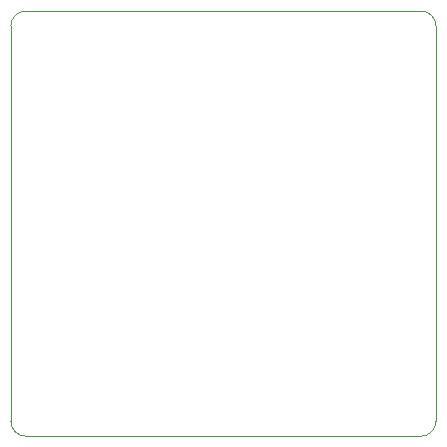
<source format=gbr>
%TF.GenerationSoftware,Altium Limited,Altium Designer,24.6.1 (21)*%
G04 Layer_Color=0*
%FSLAX45Y45*%
%MOMM*%
%TF.SameCoordinates,4B1D9C49-5ED8-45E5-B71D-261F0C762659*%
%TF.FilePolarity,Positive*%
%TF.FileFunction,Profile,NP*%
%TF.Part,Single*%
G01*
G75*
%TA.AperFunction,Profile*%
%ADD75C,0.02540*%
D75*
X8000000Y6127000D02*
G03*
X8127000Y6000000I127000J0D01*
G01*
X11473000D01*
D02*
G03*
X11600000Y6127000I0J127000D01*
G01*
Y9473000D01*
D02*
G03*
X11473000Y9600000I-127000J0D01*
G01*
X8127000D01*
D02*
G03*
X8000000Y9473000I0J-127000D01*
G01*
Y6127000D01*
%TF.MD5,34b291eb0edcbc89cb20b55201b37400*%
M02*

</source>
